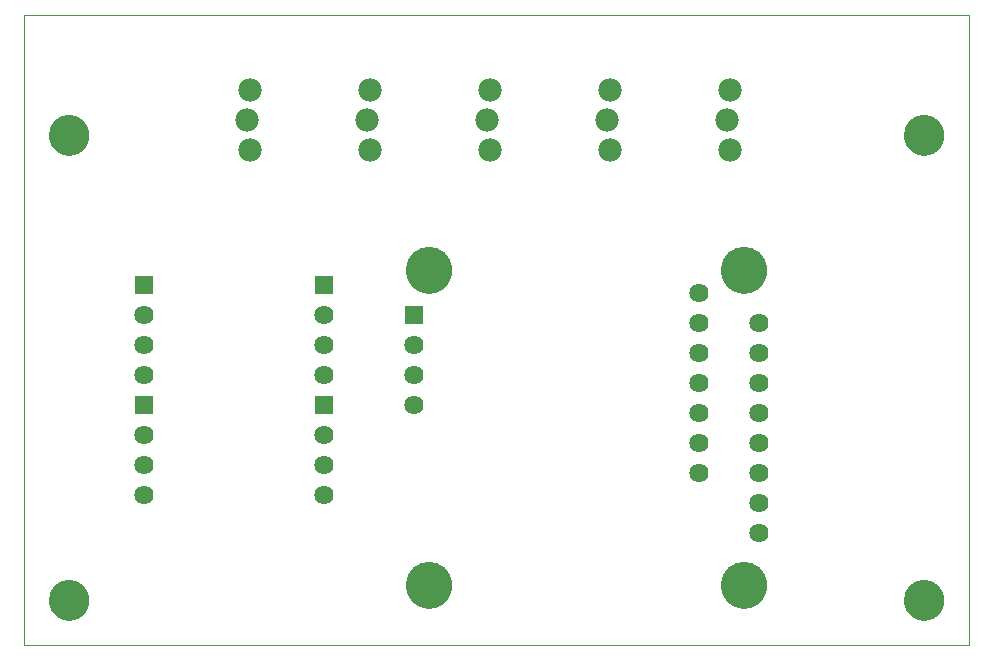
<source format=gbs>
G75*
%MOIN*%
%OFA0B0*%
%FSLAX25Y25*%
%IPPOS*%
%LPD*%
%AMOC8*
5,1,8,0,0,1.08239X$1,22.5*
%
%ADD10C,0.00000*%
%ADD11C,0.15400*%
%ADD12R,0.06400X0.06400*%
%ADD13C,0.06400*%
%ADD14C,0.07800*%
%ADD15C,0.13400*%
D10*
X0003333Y0040000D02*
X0003333Y0250000D01*
X0318333Y0250000D01*
X0318333Y0040000D01*
X0003333Y0040000D01*
X0011833Y0055000D02*
X0011835Y0055161D01*
X0011841Y0055321D01*
X0011851Y0055482D01*
X0011865Y0055642D01*
X0011883Y0055802D01*
X0011904Y0055961D01*
X0011930Y0056120D01*
X0011960Y0056278D01*
X0011993Y0056435D01*
X0012031Y0056592D01*
X0012072Y0056747D01*
X0012117Y0056901D01*
X0012166Y0057054D01*
X0012219Y0057206D01*
X0012275Y0057357D01*
X0012336Y0057506D01*
X0012399Y0057654D01*
X0012467Y0057800D01*
X0012538Y0057944D01*
X0012612Y0058086D01*
X0012690Y0058227D01*
X0012772Y0058365D01*
X0012857Y0058502D01*
X0012945Y0058636D01*
X0013037Y0058768D01*
X0013132Y0058898D01*
X0013230Y0059026D01*
X0013331Y0059151D01*
X0013435Y0059273D01*
X0013542Y0059393D01*
X0013652Y0059510D01*
X0013765Y0059625D01*
X0013881Y0059736D01*
X0014000Y0059845D01*
X0014121Y0059950D01*
X0014245Y0060053D01*
X0014371Y0060153D01*
X0014499Y0060249D01*
X0014630Y0060342D01*
X0014764Y0060432D01*
X0014899Y0060519D01*
X0015037Y0060602D01*
X0015176Y0060682D01*
X0015318Y0060758D01*
X0015461Y0060831D01*
X0015606Y0060900D01*
X0015753Y0060966D01*
X0015901Y0061028D01*
X0016051Y0061086D01*
X0016202Y0061141D01*
X0016355Y0061192D01*
X0016509Y0061239D01*
X0016664Y0061282D01*
X0016820Y0061321D01*
X0016976Y0061357D01*
X0017134Y0061388D01*
X0017292Y0061416D01*
X0017451Y0061440D01*
X0017611Y0061460D01*
X0017771Y0061476D01*
X0017931Y0061488D01*
X0018092Y0061496D01*
X0018253Y0061500D01*
X0018413Y0061500D01*
X0018574Y0061496D01*
X0018735Y0061488D01*
X0018895Y0061476D01*
X0019055Y0061460D01*
X0019215Y0061440D01*
X0019374Y0061416D01*
X0019532Y0061388D01*
X0019690Y0061357D01*
X0019846Y0061321D01*
X0020002Y0061282D01*
X0020157Y0061239D01*
X0020311Y0061192D01*
X0020464Y0061141D01*
X0020615Y0061086D01*
X0020765Y0061028D01*
X0020913Y0060966D01*
X0021060Y0060900D01*
X0021205Y0060831D01*
X0021348Y0060758D01*
X0021490Y0060682D01*
X0021629Y0060602D01*
X0021767Y0060519D01*
X0021902Y0060432D01*
X0022036Y0060342D01*
X0022167Y0060249D01*
X0022295Y0060153D01*
X0022421Y0060053D01*
X0022545Y0059950D01*
X0022666Y0059845D01*
X0022785Y0059736D01*
X0022901Y0059625D01*
X0023014Y0059510D01*
X0023124Y0059393D01*
X0023231Y0059273D01*
X0023335Y0059151D01*
X0023436Y0059026D01*
X0023534Y0058898D01*
X0023629Y0058768D01*
X0023721Y0058636D01*
X0023809Y0058502D01*
X0023894Y0058365D01*
X0023976Y0058227D01*
X0024054Y0058086D01*
X0024128Y0057944D01*
X0024199Y0057800D01*
X0024267Y0057654D01*
X0024330Y0057506D01*
X0024391Y0057357D01*
X0024447Y0057206D01*
X0024500Y0057054D01*
X0024549Y0056901D01*
X0024594Y0056747D01*
X0024635Y0056592D01*
X0024673Y0056435D01*
X0024706Y0056278D01*
X0024736Y0056120D01*
X0024762Y0055961D01*
X0024783Y0055802D01*
X0024801Y0055642D01*
X0024815Y0055482D01*
X0024825Y0055321D01*
X0024831Y0055161D01*
X0024833Y0055000D01*
X0024831Y0054839D01*
X0024825Y0054679D01*
X0024815Y0054518D01*
X0024801Y0054358D01*
X0024783Y0054198D01*
X0024762Y0054039D01*
X0024736Y0053880D01*
X0024706Y0053722D01*
X0024673Y0053565D01*
X0024635Y0053408D01*
X0024594Y0053253D01*
X0024549Y0053099D01*
X0024500Y0052946D01*
X0024447Y0052794D01*
X0024391Y0052643D01*
X0024330Y0052494D01*
X0024267Y0052346D01*
X0024199Y0052200D01*
X0024128Y0052056D01*
X0024054Y0051914D01*
X0023976Y0051773D01*
X0023894Y0051635D01*
X0023809Y0051498D01*
X0023721Y0051364D01*
X0023629Y0051232D01*
X0023534Y0051102D01*
X0023436Y0050974D01*
X0023335Y0050849D01*
X0023231Y0050727D01*
X0023124Y0050607D01*
X0023014Y0050490D01*
X0022901Y0050375D01*
X0022785Y0050264D01*
X0022666Y0050155D01*
X0022545Y0050050D01*
X0022421Y0049947D01*
X0022295Y0049847D01*
X0022167Y0049751D01*
X0022036Y0049658D01*
X0021902Y0049568D01*
X0021767Y0049481D01*
X0021629Y0049398D01*
X0021490Y0049318D01*
X0021348Y0049242D01*
X0021205Y0049169D01*
X0021060Y0049100D01*
X0020913Y0049034D01*
X0020765Y0048972D01*
X0020615Y0048914D01*
X0020464Y0048859D01*
X0020311Y0048808D01*
X0020157Y0048761D01*
X0020002Y0048718D01*
X0019846Y0048679D01*
X0019690Y0048643D01*
X0019532Y0048612D01*
X0019374Y0048584D01*
X0019215Y0048560D01*
X0019055Y0048540D01*
X0018895Y0048524D01*
X0018735Y0048512D01*
X0018574Y0048504D01*
X0018413Y0048500D01*
X0018253Y0048500D01*
X0018092Y0048504D01*
X0017931Y0048512D01*
X0017771Y0048524D01*
X0017611Y0048540D01*
X0017451Y0048560D01*
X0017292Y0048584D01*
X0017134Y0048612D01*
X0016976Y0048643D01*
X0016820Y0048679D01*
X0016664Y0048718D01*
X0016509Y0048761D01*
X0016355Y0048808D01*
X0016202Y0048859D01*
X0016051Y0048914D01*
X0015901Y0048972D01*
X0015753Y0049034D01*
X0015606Y0049100D01*
X0015461Y0049169D01*
X0015318Y0049242D01*
X0015176Y0049318D01*
X0015037Y0049398D01*
X0014899Y0049481D01*
X0014764Y0049568D01*
X0014630Y0049658D01*
X0014499Y0049751D01*
X0014371Y0049847D01*
X0014245Y0049947D01*
X0014121Y0050050D01*
X0014000Y0050155D01*
X0013881Y0050264D01*
X0013765Y0050375D01*
X0013652Y0050490D01*
X0013542Y0050607D01*
X0013435Y0050727D01*
X0013331Y0050849D01*
X0013230Y0050974D01*
X0013132Y0051102D01*
X0013037Y0051232D01*
X0012945Y0051364D01*
X0012857Y0051498D01*
X0012772Y0051635D01*
X0012690Y0051773D01*
X0012612Y0051914D01*
X0012538Y0052056D01*
X0012467Y0052200D01*
X0012399Y0052346D01*
X0012336Y0052494D01*
X0012275Y0052643D01*
X0012219Y0052794D01*
X0012166Y0052946D01*
X0012117Y0053099D01*
X0012072Y0053253D01*
X0012031Y0053408D01*
X0011993Y0053565D01*
X0011960Y0053722D01*
X0011930Y0053880D01*
X0011904Y0054039D01*
X0011883Y0054198D01*
X0011865Y0054358D01*
X0011851Y0054518D01*
X0011841Y0054679D01*
X0011835Y0054839D01*
X0011833Y0055000D01*
X0130833Y0060000D02*
X0130835Y0060184D01*
X0130842Y0060368D01*
X0130853Y0060552D01*
X0130869Y0060735D01*
X0130889Y0060918D01*
X0130914Y0061100D01*
X0130943Y0061282D01*
X0130977Y0061463D01*
X0131015Y0061643D01*
X0131058Y0061822D01*
X0131105Y0062000D01*
X0131156Y0062177D01*
X0131212Y0062353D01*
X0131271Y0062527D01*
X0131336Y0062699D01*
X0131404Y0062870D01*
X0131476Y0063039D01*
X0131553Y0063207D01*
X0131634Y0063372D01*
X0131719Y0063535D01*
X0131807Y0063697D01*
X0131900Y0063856D01*
X0131997Y0064012D01*
X0132097Y0064167D01*
X0132201Y0064319D01*
X0132309Y0064468D01*
X0132420Y0064614D01*
X0132535Y0064758D01*
X0132654Y0064899D01*
X0132776Y0065037D01*
X0132901Y0065172D01*
X0133030Y0065303D01*
X0133161Y0065432D01*
X0133296Y0065557D01*
X0133434Y0065679D01*
X0133575Y0065798D01*
X0133719Y0065913D01*
X0133865Y0066024D01*
X0134014Y0066132D01*
X0134166Y0066236D01*
X0134321Y0066336D01*
X0134477Y0066433D01*
X0134636Y0066526D01*
X0134798Y0066614D01*
X0134961Y0066699D01*
X0135126Y0066780D01*
X0135294Y0066857D01*
X0135463Y0066929D01*
X0135634Y0066997D01*
X0135806Y0067062D01*
X0135980Y0067121D01*
X0136156Y0067177D01*
X0136333Y0067228D01*
X0136511Y0067275D01*
X0136690Y0067318D01*
X0136870Y0067356D01*
X0137051Y0067390D01*
X0137233Y0067419D01*
X0137415Y0067444D01*
X0137598Y0067464D01*
X0137781Y0067480D01*
X0137965Y0067491D01*
X0138149Y0067498D01*
X0138333Y0067500D01*
X0138517Y0067498D01*
X0138701Y0067491D01*
X0138885Y0067480D01*
X0139068Y0067464D01*
X0139251Y0067444D01*
X0139433Y0067419D01*
X0139615Y0067390D01*
X0139796Y0067356D01*
X0139976Y0067318D01*
X0140155Y0067275D01*
X0140333Y0067228D01*
X0140510Y0067177D01*
X0140686Y0067121D01*
X0140860Y0067062D01*
X0141032Y0066997D01*
X0141203Y0066929D01*
X0141372Y0066857D01*
X0141540Y0066780D01*
X0141705Y0066699D01*
X0141868Y0066614D01*
X0142030Y0066526D01*
X0142189Y0066433D01*
X0142345Y0066336D01*
X0142500Y0066236D01*
X0142652Y0066132D01*
X0142801Y0066024D01*
X0142947Y0065913D01*
X0143091Y0065798D01*
X0143232Y0065679D01*
X0143370Y0065557D01*
X0143505Y0065432D01*
X0143636Y0065303D01*
X0143765Y0065172D01*
X0143890Y0065037D01*
X0144012Y0064899D01*
X0144131Y0064758D01*
X0144246Y0064614D01*
X0144357Y0064468D01*
X0144465Y0064319D01*
X0144569Y0064167D01*
X0144669Y0064012D01*
X0144766Y0063856D01*
X0144859Y0063697D01*
X0144947Y0063535D01*
X0145032Y0063372D01*
X0145113Y0063207D01*
X0145190Y0063039D01*
X0145262Y0062870D01*
X0145330Y0062699D01*
X0145395Y0062527D01*
X0145454Y0062353D01*
X0145510Y0062177D01*
X0145561Y0062000D01*
X0145608Y0061822D01*
X0145651Y0061643D01*
X0145689Y0061463D01*
X0145723Y0061282D01*
X0145752Y0061100D01*
X0145777Y0060918D01*
X0145797Y0060735D01*
X0145813Y0060552D01*
X0145824Y0060368D01*
X0145831Y0060184D01*
X0145833Y0060000D01*
X0145831Y0059816D01*
X0145824Y0059632D01*
X0145813Y0059448D01*
X0145797Y0059265D01*
X0145777Y0059082D01*
X0145752Y0058900D01*
X0145723Y0058718D01*
X0145689Y0058537D01*
X0145651Y0058357D01*
X0145608Y0058178D01*
X0145561Y0058000D01*
X0145510Y0057823D01*
X0145454Y0057647D01*
X0145395Y0057473D01*
X0145330Y0057301D01*
X0145262Y0057130D01*
X0145190Y0056961D01*
X0145113Y0056793D01*
X0145032Y0056628D01*
X0144947Y0056465D01*
X0144859Y0056303D01*
X0144766Y0056144D01*
X0144669Y0055988D01*
X0144569Y0055833D01*
X0144465Y0055681D01*
X0144357Y0055532D01*
X0144246Y0055386D01*
X0144131Y0055242D01*
X0144012Y0055101D01*
X0143890Y0054963D01*
X0143765Y0054828D01*
X0143636Y0054697D01*
X0143505Y0054568D01*
X0143370Y0054443D01*
X0143232Y0054321D01*
X0143091Y0054202D01*
X0142947Y0054087D01*
X0142801Y0053976D01*
X0142652Y0053868D01*
X0142500Y0053764D01*
X0142345Y0053664D01*
X0142189Y0053567D01*
X0142030Y0053474D01*
X0141868Y0053386D01*
X0141705Y0053301D01*
X0141540Y0053220D01*
X0141372Y0053143D01*
X0141203Y0053071D01*
X0141032Y0053003D01*
X0140860Y0052938D01*
X0140686Y0052879D01*
X0140510Y0052823D01*
X0140333Y0052772D01*
X0140155Y0052725D01*
X0139976Y0052682D01*
X0139796Y0052644D01*
X0139615Y0052610D01*
X0139433Y0052581D01*
X0139251Y0052556D01*
X0139068Y0052536D01*
X0138885Y0052520D01*
X0138701Y0052509D01*
X0138517Y0052502D01*
X0138333Y0052500D01*
X0138149Y0052502D01*
X0137965Y0052509D01*
X0137781Y0052520D01*
X0137598Y0052536D01*
X0137415Y0052556D01*
X0137233Y0052581D01*
X0137051Y0052610D01*
X0136870Y0052644D01*
X0136690Y0052682D01*
X0136511Y0052725D01*
X0136333Y0052772D01*
X0136156Y0052823D01*
X0135980Y0052879D01*
X0135806Y0052938D01*
X0135634Y0053003D01*
X0135463Y0053071D01*
X0135294Y0053143D01*
X0135126Y0053220D01*
X0134961Y0053301D01*
X0134798Y0053386D01*
X0134636Y0053474D01*
X0134477Y0053567D01*
X0134321Y0053664D01*
X0134166Y0053764D01*
X0134014Y0053868D01*
X0133865Y0053976D01*
X0133719Y0054087D01*
X0133575Y0054202D01*
X0133434Y0054321D01*
X0133296Y0054443D01*
X0133161Y0054568D01*
X0133030Y0054697D01*
X0132901Y0054828D01*
X0132776Y0054963D01*
X0132654Y0055101D01*
X0132535Y0055242D01*
X0132420Y0055386D01*
X0132309Y0055532D01*
X0132201Y0055681D01*
X0132097Y0055833D01*
X0131997Y0055988D01*
X0131900Y0056144D01*
X0131807Y0056303D01*
X0131719Y0056465D01*
X0131634Y0056628D01*
X0131553Y0056793D01*
X0131476Y0056961D01*
X0131404Y0057130D01*
X0131336Y0057301D01*
X0131271Y0057473D01*
X0131212Y0057647D01*
X0131156Y0057823D01*
X0131105Y0058000D01*
X0131058Y0058178D01*
X0131015Y0058357D01*
X0130977Y0058537D01*
X0130943Y0058718D01*
X0130914Y0058900D01*
X0130889Y0059082D01*
X0130869Y0059265D01*
X0130853Y0059448D01*
X0130842Y0059632D01*
X0130835Y0059816D01*
X0130833Y0060000D01*
X0235833Y0060000D02*
X0235835Y0060184D01*
X0235842Y0060368D01*
X0235853Y0060552D01*
X0235869Y0060735D01*
X0235889Y0060918D01*
X0235914Y0061100D01*
X0235943Y0061282D01*
X0235977Y0061463D01*
X0236015Y0061643D01*
X0236058Y0061822D01*
X0236105Y0062000D01*
X0236156Y0062177D01*
X0236212Y0062353D01*
X0236271Y0062527D01*
X0236336Y0062699D01*
X0236404Y0062870D01*
X0236476Y0063039D01*
X0236553Y0063207D01*
X0236634Y0063372D01*
X0236719Y0063535D01*
X0236807Y0063697D01*
X0236900Y0063856D01*
X0236997Y0064012D01*
X0237097Y0064167D01*
X0237201Y0064319D01*
X0237309Y0064468D01*
X0237420Y0064614D01*
X0237535Y0064758D01*
X0237654Y0064899D01*
X0237776Y0065037D01*
X0237901Y0065172D01*
X0238030Y0065303D01*
X0238161Y0065432D01*
X0238296Y0065557D01*
X0238434Y0065679D01*
X0238575Y0065798D01*
X0238719Y0065913D01*
X0238865Y0066024D01*
X0239014Y0066132D01*
X0239166Y0066236D01*
X0239321Y0066336D01*
X0239477Y0066433D01*
X0239636Y0066526D01*
X0239798Y0066614D01*
X0239961Y0066699D01*
X0240126Y0066780D01*
X0240294Y0066857D01*
X0240463Y0066929D01*
X0240634Y0066997D01*
X0240806Y0067062D01*
X0240980Y0067121D01*
X0241156Y0067177D01*
X0241333Y0067228D01*
X0241511Y0067275D01*
X0241690Y0067318D01*
X0241870Y0067356D01*
X0242051Y0067390D01*
X0242233Y0067419D01*
X0242415Y0067444D01*
X0242598Y0067464D01*
X0242781Y0067480D01*
X0242965Y0067491D01*
X0243149Y0067498D01*
X0243333Y0067500D01*
X0243517Y0067498D01*
X0243701Y0067491D01*
X0243885Y0067480D01*
X0244068Y0067464D01*
X0244251Y0067444D01*
X0244433Y0067419D01*
X0244615Y0067390D01*
X0244796Y0067356D01*
X0244976Y0067318D01*
X0245155Y0067275D01*
X0245333Y0067228D01*
X0245510Y0067177D01*
X0245686Y0067121D01*
X0245860Y0067062D01*
X0246032Y0066997D01*
X0246203Y0066929D01*
X0246372Y0066857D01*
X0246540Y0066780D01*
X0246705Y0066699D01*
X0246868Y0066614D01*
X0247030Y0066526D01*
X0247189Y0066433D01*
X0247345Y0066336D01*
X0247500Y0066236D01*
X0247652Y0066132D01*
X0247801Y0066024D01*
X0247947Y0065913D01*
X0248091Y0065798D01*
X0248232Y0065679D01*
X0248370Y0065557D01*
X0248505Y0065432D01*
X0248636Y0065303D01*
X0248765Y0065172D01*
X0248890Y0065037D01*
X0249012Y0064899D01*
X0249131Y0064758D01*
X0249246Y0064614D01*
X0249357Y0064468D01*
X0249465Y0064319D01*
X0249569Y0064167D01*
X0249669Y0064012D01*
X0249766Y0063856D01*
X0249859Y0063697D01*
X0249947Y0063535D01*
X0250032Y0063372D01*
X0250113Y0063207D01*
X0250190Y0063039D01*
X0250262Y0062870D01*
X0250330Y0062699D01*
X0250395Y0062527D01*
X0250454Y0062353D01*
X0250510Y0062177D01*
X0250561Y0062000D01*
X0250608Y0061822D01*
X0250651Y0061643D01*
X0250689Y0061463D01*
X0250723Y0061282D01*
X0250752Y0061100D01*
X0250777Y0060918D01*
X0250797Y0060735D01*
X0250813Y0060552D01*
X0250824Y0060368D01*
X0250831Y0060184D01*
X0250833Y0060000D01*
X0250831Y0059816D01*
X0250824Y0059632D01*
X0250813Y0059448D01*
X0250797Y0059265D01*
X0250777Y0059082D01*
X0250752Y0058900D01*
X0250723Y0058718D01*
X0250689Y0058537D01*
X0250651Y0058357D01*
X0250608Y0058178D01*
X0250561Y0058000D01*
X0250510Y0057823D01*
X0250454Y0057647D01*
X0250395Y0057473D01*
X0250330Y0057301D01*
X0250262Y0057130D01*
X0250190Y0056961D01*
X0250113Y0056793D01*
X0250032Y0056628D01*
X0249947Y0056465D01*
X0249859Y0056303D01*
X0249766Y0056144D01*
X0249669Y0055988D01*
X0249569Y0055833D01*
X0249465Y0055681D01*
X0249357Y0055532D01*
X0249246Y0055386D01*
X0249131Y0055242D01*
X0249012Y0055101D01*
X0248890Y0054963D01*
X0248765Y0054828D01*
X0248636Y0054697D01*
X0248505Y0054568D01*
X0248370Y0054443D01*
X0248232Y0054321D01*
X0248091Y0054202D01*
X0247947Y0054087D01*
X0247801Y0053976D01*
X0247652Y0053868D01*
X0247500Y0053764D01*
X0247345Y0053664D01*
X0247189Y0053567D01*
X0247030Y0053474D01*
X0246868Y0053386D01*
X0246705Y0053301D01*
X0246540Y0053220D01*
X0246372Y0053143D01*
X0246203Y0053071D01*
X0246032Y0053003D01*
X0245860Y0052938D01*
X0245686Y0052879D01*
X0245510Y0052823D01*
X0245333Y0052772D01*
X0245155Y0052725D01*
X0244976Y0052682D01*
X0244796Y0052644D01*
X0244615Y0052610D01*
X0244433Y0052581D01*
X0244251Y0052556D01*
X0244068Y0052536D01*
X0243885Y0052520D01*
X0243701Y0052509D01*
X0243517Y0052502D01*
X0243333Y0052500D01*
X0243149Y0052502D01*
X0242965Y0052509D01*
X0242781Y0052520D01*
X0242598Y0052536D01*
X0242415Y0052556D01*
X0242233Y0052581D01*
X0242051Y0052610D01*
X0241870Y0052644D01*
X0241690Y0052682D01*
X0241511Y0052725D01*
X0241333Y0052772D01*
X0241156Y0052823D01*
X0240980Y0052879D01*
X0240806Y0052938D01*
X0240634Y0053003D01*
X0240463Y0053071D01*
X0240294Y0053143D01*
X0240126Y0053220D01*
X0239961Y0053301D01*
X0239798Y0053386D01*
X0239636Y0053474D01*
X0239477Y0053567D01*
X0239321Y0053664D01*
X0239166Y0053764D01*
X0239014Y0053868D01*
X0238865Y0053976D01*
X0238719Y0054087D01*
X0238575Y0054202D01*
X0238434Y0054321D01*
X0238296Y0054443D01*
X0238161Y0054568D01*
X0238030Y0054697D01*
X0237901Y0054828D01*
X0237776Y0054963D01*
X0237654Y0055101D01*
X0237535Y0055242D01*
X0237420Y0055386D01*
X0237309Y0055532D01*
X0237201Y0055681D01*
X0237097Y0055833D01*
X0236997Y0055988D01*
X0236900Y0056144D01*
X0236807Y0056303D01*
X0236719Y0056465D01*
X0236634Y0056628D01*
X0236553Y0056793D01*
X0236476Y0056961D01*
X0236404Y0057130D01*
X0236336Y0057301D01*
X0236271Y0057473D01*
X0236212Y0057647D01*
X0236156Y0057823D01*
X0236105Y0058000D01*
X0236058Y0058178D01*
X0236015Y0058357D01*
X0235977Y0058537D01*
X0235943Y0058718D01*
X0235914Y0058900D01*
X0235889Y0059082D01*
X0235869Y0059265D01*
X0235853Y0059448D01*
X0235842Y0059632D01*
X0235835Y0059816D01*
X0235833Y0060000D01*
X0296833Y0055000D02*
X0296835Y0055161D01*
X0296841Y0055321D01*
X0296851Y0055482D01*
X0296865Y0055642D01*
X0296883Y0055802D01*
X0296904Y0055961D01*
X0296930Y0056120D01*
X0296960Y0056278D01*
X0296993Y0056435D01*
X0297031Y0056592D01*
X0297072Y0056747D01*
X0297117Y0056901D01*
X0297166Y0057054D01*
X0297219Y0057206D01*
X0297275Y0057357D01*
X0297336Y0057506D01*
X0297399Y0057654D01*
X0297467Y0057800D01*
X0297538Y0057944D01*
X0297612Y0058086D01*
X0297690Y0058227D01*
X0297772Y0058365D01*
X0297857Y0058502D01*
X0297945Y0058636D01*
X0298037Y0058768D01*
X0298132Y0058898D01*
X0298230Y0059026D01*
X0298331Y0059151D01*
X0298435Y0059273D01*
X0298542Y0059393D01*
X0298652Y0059510D01*
X0298765Y0059625D01*
X0298881Y0059736D01*
X0299000Y0059845D01*
X0299121Y0059950D01*
X0299245Y0060053D01*
X0299371Y0060153D01*
X0299499Y0060249D01*
X0299630Y0060342D01*
X0299764Y0060432D01*
X0299899Y0060519D01*
X0300037Y0060602D01*
X0300176Y0060682D01*
X0300318Y0060758D01*
X0300461Y0060831D01*
X0300606Y0060900D01*
X0300753Y0060966D01*
X0300901Y0061028D01*
X0301051Y0061086D01*
X0301202Y0061141D01*
X0301355Y0061192D01*
X0301509Y0061239D01*
X0301664Y0061282D01*
X0301820Y0061321D01*
X0301976Y0061357D01*
X0302134Y0061388D01*
X0302292Y0061416D01*
X0302451Y0061440D01*
X0302611Y0061460D01*
X0302771Y0061476D01*
X0302931Y0061488D01*
X0303092Y0061496D01*
X0303253Y0061500D01*
X0303413Y0061500D01*
X0303574Y0061496D01*
X0303735Y0061488D01*
X0303895Y0061476D01*
X0304055Y0061460D01*
X0304215Y0061440D01*
X0304374Y0061416D01*
X0304532Y0061388D01*
X0304690Y0061357D01*
X0304846Y0061321D01*
X0305002Y0061282D01*
X0305157Y0061239D01*
X0305311Y0061192D01*
X0305464Y0061141D01*
X0305615Y0061086D01*
X0305765Y0061028D01*
X0305913Y0060966D01*
X0306060Y0060900D01*
X0306205Y0060831D01*
X0306348Y0060758D01*
X0306490Y0060682D01*
X0306629Y0060602D01*
X0306767Y0060519D01*
X0306902Y0060432D01*
X0307036Y0060342D01*
X0307167Y0060249D01*
X0307295Y0060153D01*
X0307421Y0060053D01*
X0307545Y0059950D01*
X0307666Y0059845D01*
X0307785Y0059736D01*
X0307901Y0059625D01*
X0308014Y0059510D01*
X0308124Y0059393D01*
X0308231Y0059273D01*
X0308335Y0059151D01*
X0308436Y0059026D01*
X0308534Y0058898D01*
X0308629Y0058768D01*
X0308721Y0058636D01*
X0308809Y0058502D01*
X0308894Y0058365D01*
X0308976Y0058227D01*
X0309054Y0058086D01*
X0309128Y0057944D01*
X0309199Y0057800D01*
X0309267Y0057654D01*
X0309330Y0057506D01*
X0309391Y0057357D01*
X0309447Y0057206D01*
X0309500Y0057054D01*
X0309549Y0056901D01*
X0309594Y0056747D01*
X0309635Y0056592D01*
X0309673Y0056435D01*
X0309706Y0056278D01*
X0309736Y0056120D01*
X0309762Y0055961D01*
X0309783Y0055802D01*
X0309801Y0055642D01*
X0309815Y0055482D01*
X0309825Y0055321D01*
X0309831Y0055161D01*
X0309833Y0055000D01*
X0309831Y0054839D01*
X0309825Y0054679D01*
X0309815Y0054518D01*
X0309801Y0054358D01*
X0309783Y0054198D01*
X0309762Y0054039D01*
X0309736Y0053880D01*
X0309706Y0053722D01*
X0309673Y0053565D01*
X0309635Y0053408D01*
X0309594Y0053253D01*
X0309549Y0053099D01*
X0309500Y0052946D01*
X0309447Y0052794D01*
X0309391Y0052643D01*
X0309330Y0052494D01*
X0309267Y0052346D01*
X0309199Y0052200D01*
X0309128Y0052056D01*
X0309054Y0051914D01*
X0308976Y0051773D01*
X0308894Y0051635D01*
X0308809Y0051498D01*
X0308721Y0051364D01*
X0308629Y0051232D01*
X0308534Y0051102D01*
X0308436Y0050974D01*
X0308335Y0050849D01*
X0308231Y0050727D01*
X0308124Y0050607D01*
X0308014Y0050490D01*
X0307901Y0050375D01*
X0307785Y0050264D01*
X0307666Y0050155D01*
X0307545Y0050050D01*
X0307421Y0049947D01*
X0307295Y0049847D01*
X0307167Y0049751D01*
X0307036Y0049658D01*
X0306902Y0049568D01*
X0306767Y0049481D01*
X0306629Y0049398D01*
X0306490Y0049318D01*
X0306348Y0049242D01*
X0306205Y0049169D01*
X0306060Y0049100D01*
X0305913Y0049034D01*
X0305765Y0048972D01*
X0305615Y0048914D01*
X0305464Y0048859D01*
X0305311Y0048808D01*
X0305157Y0048761D01*
X0305002Y0048718D01*
X0304846Y0048679D01*
X0304690Y0048643D01*
X0304532Y0048612D01*
X0304374Y0048584D01*
X0304215Y0048560D01*
X0304055Y0048540D01*
X0303895Y0048524D01*
X0303735Y0048512D01*
X0303574Y0048504D01*
X0303413Y0048500D01*
X0303253Y0048500D01*
X0303092Y0048504D01*
X0302931Y0048512D01*
X0302771Y0048524D01*
X0302611Y0048540D01*
X0302451Y0048560D01*
X0302292Y0048584D01*
X0302134Y0048612D01*
X0301976Y0048643D01*
X0301820Y0048679D01*
X0301664Y0048718D01*
X0301509Y0048761D01*
X0301355Y0048808D01*
X0301202Y0048859D01*
X0301051Y0048914D01*
X0300901Y0048972D01*
X0300753Y0049034D01*
X0300606Y0049100D01*
X0300461Y0049169D01*
X0300318Y0049242D01*
X0300176Y0049318D01*
X0300037Y0049398D01*
X0299899Y0049481D01*
X0299764Y0049568D01*
X0299630Y0049658D01*
X0299499Y0049751D01*
X0299371Y0049847D01*
X0299245Y0049947D01*
X0299121Y0050050D01*
X0299000Y0050155D01*
X0298881Y0050264D01*
X0298765Y0050375D01*
X0298652Y0050490D01*
X0298542Y0050607D01*
X0298435Y0050727D01*
X0298331Y0050849D01*
X0298230Y0050974D01*
X0298132Y0051102D01*
X0298037Y0051232D01*
X0297945Y0051364D01*
X0297857Y0051498D01*
X0297772Y0051635D01*
X0297690Y0051773D01*
X0297612Y0051914D01*
X0297538Y0052056D01*
X0297467Y0052200D01*
X0297399Y0052346D01*
X0297336Y0052494D01*
X0297275Y0052643D01*
X0297219Y0052794D01*
X0297166Y0052946D01*
X0297117Y0053099D01*
X0297072Y0053253D01*
X0297031Y0053408D01*
X0296993Y0053565D01*
X0296960Y0053722D01*
X0296930Y0053880D01*
X0296904Y0054039D01*
X0296883Y0054198D01*
X0296865Y0054358D01*
X0296851Y0054518D01*
X0296841Y0054679D01*
X0296835Y0054839D01*
X0296833Y0055000D01*
X0235833Y0165000D02*
X0235835Y0165184D01*
X0235842Y0165368D01*
X0235853Y0165552D01*
X0235869Y0165735D01*
X0235889Y0165918D01*
X0235914Y0166100D01*
X0235943Y0166282D01*
X0235977Y0166463D01*
X0236015Y0166643D01*
X0236058Y0166822D01*
X0236105Y0167000D01*
X0236156Y0167177D01*
X0236212Y0167353D01*
X0236271Y0167527D01*
X0236336Y0167699D01*
X0236404Y0167870D01*
X0236476Y0168039D01*
X0236553Y0168207D01*
X0236634Y0168372D01*
X0236719Y0168535D01*
X0236807Y0168697D01*
X0236900Y0168856D01*
X0236997Y0169012D01*
X0237097Y0169167D01*
X0237201Y0169319D01*
X0237309Y0169468D01*
X0237420Y0169614D01*
X0237535Y0169758D01*
X0237654Y0169899D01*
X0237776Y0170037D01*
X0237901Y0170172D01*
X0238030Y0170303D01*
X0238161Y0170432D01*
X0238296Y0170557D01*
X0238434Y0170679D01*
X0238575Y0170798D01*
X0238719Y0170913D01*
X0238865Y0171024D01*
X0239014Y0171132D01*
X0239166Y0171236D01*
X0239321Y0171336D01*
X0239477Y0171433D01*
X0239636Y0171526D01*
X0239798Y0171614D01*
X0239961Y0171699D01*
X0240126Y0171780D01*
X0240294Y0171857D01*
X0240463Y0171929D01*
X0240634Y0171997D01*
X0240806Y0172062D01*
X0240980Y0172121D01*
X0241156Y0172177D01*
X0241333Y0172228D01*
X0241511Y0172275D01*
X0241690Y0172318D01*
X0241870Y0172356D01*
X0242051Y0172390D01*
X0242233Y0172419D01*
X0242415Y0172444D01*
X0242598Y0172464D01*
X0242781Y0172480D01*
X0242965Y0172491D01*
X0243149Y0172498D01*
X0243333Y0172500D01*
X0243517Y0172498D01*
X0243701Y0172491D01*
X0243885Y0172480D01*
X0244068Y0172464D01*
X0244251Y0172444D01*
X0244433Y0172419D01*
X0244615Y0172390D01*
X0244796Y0172356D01*
X0244976Y0172318D01*
X0245155Y0172275D01*
X0245333Y0172228D01*
X0245510Y0172177D01*
X0245686Y0172121D01*
X0245860Y0172062D01*
X0246032Y0171997D01*
X0246203Y0171929D01*
X0246372Y0171857D01*
X0246540Y0171780D01*
X0246705Y0171699D01*
X0246868Y0171614D01*
X0247030Y0171526D01*
X0247189Y0171433D01*
X0247345Y0171336D01*
X0247500Y0171236D01*
X0247652Y0171132D01*
X0247801Y0171024D01*
X0247947Y0170913D01*
X0248091Y0170798D01*
X0248232Y0170679D01*
X0248370Y0170557D01*
X0248505Y0170432D01*
X0248636Y0170303D01*
X0248765Y0170172D01*
X0248890Y0170037D01*
X0249012Y0169899D01*
X0249131Y0169758D01*
X0249246Y0169614D01*
X0249357Y0169468D01*
X0249465Y0169319D01*
X0249569Y0169167D01*
X0249669Y0169012D01*
X0249766Y0168856D01*
X0249859Y0168697D01*
X0249947Y0168535D01*
X0250032Y0168372D01*
X0250113Y0168207D01*
X0250190Y0168039D01*
X0250262Y0167870D01*
X0250330Y0167699D01*
X0250395Y0167527D01*
X0250454Y0167353D01*
X0250510Y0167177D01*
X0250561Y0167000D01*
X0250608Y0166822D01*
X0250651Y0166643D01*
X0250689Y0166463D01*
X0250723Y0166282D01*
X0250752Y0166100D01*
X0250777Y0165918D01*
X0250797Y0165735D01*
X0250813Y0165552D01*
X0250824Y0165368D01*
X0250831Y0165184D01*
X0250833Y0165000D01*
X0250831Y0164816D01*
X0250824Y0164632D01*
X0250813Y0164448D01*
X0250797Y0164265D01*
X0250777Y0164082D01*
X0250752Y0163900D01*
X0250723Y0163718D01*
X0250689Y0163537D01*
X0250651Y0163357D01*
X0250608Y0163178D01*
X0250561Y0163000D01*
X0250510Y0162823D01*
X0250454Y0162647D01*
X0250395Y0162473D01*
X0250330Y0162301D01*
X0250262Y0162130D01*
X0250190Y0161961D01*
X0250113Y0161793D01*
X0250032Y0161628D01*
X0249947Y0161465D01*
X0249859Y0161303D01*
X0249766Y0161144D01*
X0249669Y0160988D01*
X0249569Y0160833D01*
X0249465Y0160681D01*
X0249357Y0160532D01*
X0249246Y0160386D01*
X0249131Y0160242D01*
X0249012Y0160101D01*
X0248890Y0159963D01*
X0248765Y0159828D01*
X0248636Y0159697D01*
X0248505Y0159568D01*
X0248370Y0159443D01*
X0248232Y0159321D01*
X0248091Y0159202D01*
X0247947Y0159087D01*
X0247801Y0158976D01*
X0247652Y0158868D01*
X0247500Y0158764D01*
X0247345Y0158664D01*
X0247189Y0158567D01*
X0247030Y0158474D01*
X0246868Y0158386D01*
X0246705Y0158301D01*
X0246540Y0158220D01*
X0246372Y0158143D01*
X0246203Y0158071D01*
X0246032Y0158003D01*
X0245860Y0157938D01*
X0245686Y0157879D01*
X0245510Y0157823D01*
X0245333Y0157772D01*
X0245155Y0157725D01*
X0244976Y0157682D01*
X0244796Y0157644D01*
X0244615Y0157610D01*
X0244433Y0157581D01*
X0244251Y0157556D01*
X0244068Y0157536D01*
X0243885Y0157520D01*
X0243701Y0157509D01*
X0243517Y0157502D01*
X0243333Y0157500D01*
X0243149Y0157502D01*
X0242965Y0157509D01*
X0242781Y0157520D01*
X0242598Y0157536D01*
X0242415Y0157556D01*
X0242233Y0157581D01*
X0242051Y0157610D01*
X0241870Y0157644D01*
X0241690Y0157682D01*
X0241511Y0157725D01*
X0241333Y0157772D01*
X0241156Y0157823D01*
X0240980Y0157879D01*
X0240806Y0157938D01*
X0240634Y0158003D01*
X0240463Y0158071D01*
X0240294Y0158143D01*
X0240126Y0158220D01*
X0239961Y0158301D01*
X0239798Y0158386D01*
X0239636Y0158474D01*
X0239477Y0158567D01*
X0239321Y0158664D01*
X0239166Y0158764D01*
X0239014Y0158868D01*
X0238865Y0158976D01*
X0238719Y0159087D01*
X0238575Y0159202D01*
X0238434Y0159321D01*
X0238296Y0159443D01*
X0238161Y0159568D01*
X0238030Y0159697D01*
X0237901Y0159828D01*
X0237776Y0159963D01*
X0237654Y0160101D01*
X0237535Y0160242D01*
X0237420Y0160386D01*
X0237309Y0160532D01*
X0237201Y0160681D01*
X0237097Y0160833D01*
X0236997Y0160988D01*
X0236900Y0161144D01*
X0236807Y0161303D01*
X0236719Y0161465D01*
X0236634Y0161628D01*
X0236553Y0161793D01*
X0236476Y0161961D01*
X0236404Y0162130D01*
X0236336Y0162301D01*
X0236271Y0162473D01*
X0236212Y0162647D01*
X0236156Y0162823D01*
X0236105Y0163000D01*
X0236058Y0163178D01*
X0236015Y0163357D01*
X0235977Y0163537D01*
X0235943Y0163718D01*
X0235914Y0163900D01*
X0235889Y0164082D01*
X0235869Y0164265D01*
X0235853Y0164448D01*
X0235842Y0164632D01*
X0235835Y0164816D01*
X0235833Y0165000D01*
X0296833Y0210000D02*
X0296835Y0210161D01*
X0296841Y0210321D01*
X0296851Y0210482D01*
X0296865Y0210642D01*
X0296883Y0210802D01*
X0296904Y0210961D01*
X0296930Y0211120D01*
X0296960Y0211278D01*
X0296993Y0211435D01*
X0297031Y0211592D01*
X0297072Y0211747D01*
X0297117Y0211901D01*
X0297166Y0212054D01*
X0297219Y0212206D01*
X0297275Y0212357D01*
X0297336Y0212506D01*
X0297399Y0212654D01*
X0297467Y0212800D01*
X0297538Y0212944D01*
X0297612Y0213086D01*
X0297690Y0213227D01*
X0297772Y0213365D01*
X0297857Y0213502D01*
X0297945Y0213636D01*
X0298037Y0213768D01*
X0298132Y0213898D01*
X0298230Y0214026D01*
X0298331Y0214151D01*
X0298435Y0214273D01*
X0298542Y0214393D01*
X0298652Y0214510D01*
X0298765Y0214625D01*
X0298881Y0214736D01*
X0299000Y0214845D01*
X0299121Y0214950D01*
X0299245Y0215053D01*
X0299371Y0215153D01*
X0299499Y0215249D01*
X0299630Y0215342D01*
X0299764Y0215432D01*
X0299899Y0215519D01*
X0300037Y0215602D01*
X0300176Y0215682D01*
X0300318Y0215758D01*
X0300461Y0215831D01*
X0300606Y0215900D01*
X0300753Y0215966D01*
X0300901Y0216028D01*
X0301051Y0216086D01*
X0301202Y0216141D01*
X0301355Y0216192D01*
X0301509Y0216239D01*
X0301664Y0216282D01*
X0301820Y0216321D01*
X0301976Y0216357D01*
X0302134Y0216388D01*
X0302292Y0216416D01*
X0302451Y0216440D01*
X0302611Y0216460D01*
X0302771Y0216476D01*
X0302931Y0216488D01*
X0303092Y0216496D01*
X0303253Y0216500D01*
X0303413Y0216500D01*
X0303574Y0216496D01*
X0303735Y0216488D01*
X0303895Y0216476D01*
X0304055Y0216460D01*
X0304215Y0216440D01*
X0304374Y0216416D01*
X0304532Y0216388D01*
X0304690Y0216357D01*
X0304846Y0216321D01*
X0305002Y0216282D01*
X0305157Y0216239D01*
X0305311Y0216192D01*
X0305464Y0216141D01*
X0305615Y0216086D01*
X0305765Y0216028D01*
X0305913Y0215966D01*
X0306060Y0215900D01*
X0306205Y0215831D01*
X0306348Y0215758D01*
X0306490Y0215682D01*
X0306629Y0215602D01*
X0306767Y0215519D01*
X0306902Y0215432D01*
X0307036Y0215342D01*
X0307167Y0215249D01*
X0307295Y0215153D01*
X0307421Y0215053D01*
X0307545Y0214950D01*
X0307666Y0214845D01*
X0307785Y0214736D01*
X0307901Y0214625D01*
X0308014Y0214510D01*
X0308124Y0214393D01*
X0308231Y0214273D01*
X0308335Y0214151D01*
X0308436Y0214026D01*
X0308534Y0213898D01*
X0308629Y0213768D01*
X0308721Y0213636D01*
X0308809Y0213502D01*
X0308894Y0213365D01*
X0308976Y0213227D01*
X0309054Y0213086D01*
X0309128Y0212944D01*
X0309199Y0212800D01*
X0309267Y0212654D01*
X0309330Y0212506D01*
X0309391Y0212357D01*
X0309447Y0212206D01*
X0309500Y0212054D01*
X0309549Y0211901D01*
X0309594Y0211747D01*
X0309635Y0211592D01*
X0309673Y0211435D01*
X0309706Y0211278D01*
X0309736Y0211120D01*
X0309762Y0210961D01*
X0309783Y0210802D01*
X0309801Y0210642D01*
X0309815Y0210482D01*
X0309825Y0210321D01*
X0309831Y0210161D01*
X0309833Y0210000D01*
X0309831Y0209839D01*
X0309825Y0209679D01*
X0309815Y0209518D01*
X0309801Y0209358D01*
X0309783Y0209198D01*
X0309762Y0209039D01*
X0309736Y0208880D01*
X0309706Y0208722D01*
X0309673Y0208565D01*
X0309635Y0208408D01*
X0309594Y0208253D01*
X0309549Y0208099D01*
X0309500Y0207946D01*
X0309447Y0207794D01*
X0309391Y0207643D01*
X0309330Y0207494D01*
X0309267Y0207346D01*
X0309199Y0207200D01*
X0309128Y0207056D01*
X0309054Y0206914D01*
X0308976Y0206773D01*
X0308894Y0206635D01*
X0308809Y0206498D01*
X0308721Y0206364D01*
X0308629Y0206232D01*
X0308534Y0206102D01*
X0308436Y0205974D01*
X0308335Y0205849D01*
X0308231Y0205727D01*
X0308124Y0205607D01*
X0308014Y0205490D01*
X0307901Y0205375D01*
X0307785Y0205264D01*
X0307666Y0205155D01*
X0307545Y0205050D01*
X0307421Y0204947D01*
X0307295Y0204847D01*
X0307167Y0204751D01*
X0307036Y0204658D01*
X0306902Y0204568D01*
X0306767Y0204481D01*
X0306629Y0204398D01*
X0306490Y0204318D01*
X0306348Y0204242D01*
X0306205Y0204169D01*
X0306060Y0204100D01*
X0305913Y0204034D01*
X0305765Y0203972D01*
X0305615Y0203914D01*
X0305464Y0203859D01*
X0305311Y0203808D01*
X0305157Y0203761D01*
X0305002Y0203718D01*
X0304846Y0203679D01*
X0304690Y0203643D01*
X0304532Y0203612D01*
X0304374Y0203584D01*
X0304215Y0203560D01*
X0304055Y0203540D01*
X0303895Y0203524D01*
X0303735Y0203512D01*
X0303574Y0203504D01*
X0303413Y0203500D01*
X0303253Y0203500D01*
X0303092Y0203504D01*
X0302931Y0203512D01*
X0302771Y0203524D01*
X0302611Y0203540D01*
X0302451Y0203560D01*
X0302292Y0203584D01*
X0302134Y0203612D01*
X0301976Y0203643D01*
X0301820Y0203679D01*
X0301664Y0203718D01*
X0301509Y0203761D01*
X0301355Y0203808D01*
X0301202Y0203859D01*
X0301051Y0203914D01*
X0300901Y0203972D01*
X0300753Y0204034D01*
X0300606Y0204100D01*
X0300461Y0204169D01*
X0300318Y0204242D01*
X0300176Y0204318D01*
X0300037Y0204398D01*
X0299899Y0204481D01*
X0299764Y0204568D01*
X0299630Y0204658D01*
X0299499Y0204751D01*
X0299371Y0204847D01*
X0299245Y0204947D01*
X0299121Y0205050D01*
X0299000Y0205155D01*
X0298881Y0205264D01*
X0298765Y0205375D01*
X0298652Y0205490D01*
X0298542Y0205607D01*
X0298435Y0205727D01*
X0298331Y0205849D01*
X0298230Y0205974D01*
X0298132Y0206102D01*
X0298037Y0206232D01*
X0297945Y0206364D01*
X0297857Y0206498D01*
X0297772Y0206635D01*
X0297690Y0206773D01*
X0297612Y0206914D01*
X0297538Y0207056D01*
X0297467Y0207200D01*
X0297399Y0207346D01*
X0297336Y0207494D01*
X0297275Y0207643D01*
X0297219Y0207794D01*
X0297166Y0207946D01*
X0297117Y0208099D01*
X0297072Y0208253D01*
X0297031Y0208408D01*
X0296993Y0208565D01*
X0296960Y0208722D01*
X0296930Y0208880D01*
X0296904Y0209039D01*
X0296883Y0209198D01*
X0296865Y0209358D01*
X0296851Y0209518D01*
X0296841Y0209679D01*
X0296835Y0209839D01*
X0296833Y0210000D01*
X0130833Y0165000D02*
X0130835Y0165184D01*
X0130842Y0165368D01*
X0130853Y0165552D01*
X0130869Y0165735D01*
X0130889Y0165918D01*
X0130914Y0166100D01*
X0130943Y0166282D01*
X0130977Y0166463D01*
X0131015Y0166643D01*
X0131058Y0166822D01*
X0131105Y0167000D01*
X0131156Y0167177D01*
X0131212Y0167353D01*
X0131271Y0167527D01*
X0131336Y0167699D01*
X0131404Y0167870D01*
X0131476Y0168039D01*
X0131553Y0168207D01*
X0131634Y0168372D01*
X0131719Y0168535D01*
X0131807Y0168697D01*
X0131900Y0168856D01*
X0131997Y0169012D01*
X0132097Y0169167D01*
X0132201Y0169319D01*
X0132309Y0169468D01*
X0132420Y0169614D01*
X0132535Y0169758D01*
X0132654Y0169899D01*
X0132776Y0170037D01*
X0132901Y0170172D01*
X0133030Y0170303D01*
X0133161Y0170432D01*
X0133296Y0170557D01*
X0133434Y0170679D01*
X0133575Y0170798D01*
X0133719Y0170913D01*
X0133865Y0171024D01*
X0134014Y0171132D01*
X0134166Y0171236D01*
X0134321Y0171336D01*
X0134477Y0171433D01*
X0134636Y0171526D01*
X0134798Y0171614D01*
X0134961Y0171699D01*
X0135126Y0171780D01*
X0135294Y0171857D01*
X0135463Y0171929D01*
X0135634Y0171997D01*
X0135806Y0172062D01*
X0135980Y0172121D01*
X0136156Y0172177D01*
X0136333Y0172228D01*
X0136511Y0172275D01*
X0136690Y0172318D01*
X0136870Y0172356D01*
X0137051Y0172390D01*
X0137233Y0172419D01*
X0137415Y0172444D01*
X0137598Y0172464D01*
X0137781Y0172480D01*
X0137965Y0172491D01*
X0138149Y0172498D01*
X0138333Y0172500D01*
X0138517Y0172498D01*
X0138701Y0172491D01*
X0138885Y0172480D01*
X0139068Y0172464D01*
X0139251Y0172444D01*
X0139433Y0172419D01*
X0139615Y0172390D01*
X0139796Y0172356D01*
X0139976Y0172318D01*
X0140155Y0172275D01*
X0140333Y0172228D01*
X0140510Y0172177D01*
X0140686Y0172121D01*
X0140860Y0172062D01*
X0141032Y0171997D01*
X0141203Y0171929D01*
X0141372Y0171857D01*
X0141540Y0171780D01*
X0141705Y0171699D01*
X0141868Y0171614D01*
X0142030Y0171526D01*
X0142189Y0171433D01*
X0142345Y0171336D01*
X0142500Y0171236D01*
X0142652Y0171132D01*
X0142801Y0171024D01*
X0142947Y0170913D01*
X0143091Y0170798D01*
X0143232Y0170679D01*
X0143370Y0170557D01*
X0143505Y0170432D01*
X0143636Y0170303D01*
X0143765Y0170172D01*
X0143890Y0170037D01*
X0144012Y0169899D01*
X0144131Y0169758D01*
X0144246Y0169614D01*
X0144357Y0169468D01*
X0144465Y0169319D01*
X0144569Y0169167D01*
X0144669Y0169012D01*
X0144766Y0168856D01*
X0144859Y0168697D01*
X0144947Y0168535D01*
X0145032Y0168372D01*
X0145113Y0168207D01*
X0145190Y0168039D01*
X0145262Y0167870D01*
X0145330Y0167699D01*
X0145395Y0167527D01*
X0145454Y0167353D01*
X0145510Y0167177D01*
X0145561Y0167000D01*
X0145608Y0166822D01*
X0145651Y0166643D01*
X0145689Y0166463D01*
X0145723Y0166282D01*
X0145752Y0166100D01*
X0145777Y0165918D01*
X0145797Y0165735D01*
X0145813Y0165552D01*
X0145824Y0165368D01*
X0145831Y0165184D01*
X0145833Y0165000D01*
X0145831Y0164816D01*
X0145824Y0164632D01*
X0145813Y0164448D01*
X0145797Y0164265D01*
X0145777Y0164082D01*
X0145752Y0163900D01*
X0145723Y0163718D01*
X0145689Y0163537D01*
X0145651Y0163357D01*
X0145608Y0163178D01*
X0145561Y0163000D01*
X0145510Y0162823D01*
X0145454Y0162647D01*
X0145395Y0162473D01*
X0145330Y0162301D01*
X0145262Y0162130D01*
X0145190Y0161961D01*
X0145113Y0161793D01*
X0145032Y0161628D01*
X0144947Y0161465D01*
X0144859Y0161303D01*
X0144766Y0161144D01*
X0144669Y0160988D01*
X0144569Y0160833D01*
X0144465Y0160681D01*
X0144357Y0160532D01*
X0144246Y0160386D01*
X0144131Y0160242D01*
X0144012Y0160101D01*
X0143890Y0159963D01*
X0143765Y0159828D01*
X0143636Y0159697D01*
X0143505Y0159568D01*
X0143370Y0159443D01*
X0143232Y0159321D01*
X0143091Y0159202D01*
X0142947Y0159087D01*
X0142801Y0158976D01*
X0142652Y0158868D01*
X0142500Y0158764D01*
X0142345Y0158664D01*
X0142189Y0158567D01*
X0142030Y0158474D01*
X0141868Y0158386D01*
X0141705Y0158301D01*
X0141540Y0158220D01*
X0141372Y0158143D01*
X0141203Y0158071D01*
X0141032Y0158003D01*
X0140860Y0157938D01*
X0140686Y0157879D01*
X0140510Y0157823D01*
X0140333Y0157772D01*
X0140155Y0157725D01*
X0139976Y0157682D01*
X0139796Y0157644D01*
X0139615Y0157610D01*
X0139433Y0157581D01*
X0139251Y0157556D01*
X0139068Y0157536D01*
X0138885Y0157520D01*
X0138701Y0157509D01*
X0138517Y0157502D01*
X0138333Y0157500D01*
X0138149Y0157502D01*
X0137965Y0157509D01*
X0137781Y0157520D01*
X0137598Y0157536D01*
X0137415Y0157556D01*
X0137233Y0157581D01*
X0137051Y0157610D01*
X0136870Y0157644D01*
X0136690Y0157682D01*
X0136511Y0157725D01*
X0136333Y0157772D01*
X0136156Y0157823D01*
X0135980Y0157879D01*
X0135806Y0157938D01*
X0135634Y0158003D01*
X0135463Y0158071D01*
X0135294Y0158143D01*
X0135126Y0158220D01*
X0134961Y0158301D01*
X0134798Y0158386D01*
X0134636Y0158474D01*
X0134477Y0158567D01*
X0134321Y0158664D01*
X0134166Y0158764D01*
X0134014Y0158868D01*
X0133865Y0158976D01*
X0133719Y0159087D01*
X0133575Y0159202D01*
X0133434Y0159321D01*
X0133296Y0159443D01*
X0133161Y0159568D01*
X0133030Y0159697D01*
X0132901Y0159828D01*
X0132776Y0159963D01*
X0132654Y0160101D01*
X0132535Y0160242D01*
X0132420Y0160386D01*
X0132309Y0160532D01*
X0132201Y0160681D01*
X0132097Y0160833D01*
X0131997Y0160988D01*
X0131900Y0161144D01*
X0131807Y0161303D01*
X0131719Y0161465D01*
X0131634Y0161628D01*
X0131553Y0161793D01*
X0131476Y0161961D01*
X0131404Y0162130D01*
X0131336Y0162301D01*
X0131271Y0162473D01*
X0131212Y0162647D01*
X0131156Y0162823D01*
X0131105Y0163000D01*
X0131058Y0163178D01*
X0131015Y0163357D01*
X0130977Y0163537D01*
X0130943Y0163718D01*
X0130914Y0163900D01*
X0130889Y0164082D01*
X0130869Y0164265D01*
X0130853Y0164448D01*
X0130842Y0164632D01*
X0130835Y0164816D01*
X0130833Y0165000D01*
X0011833Y0210000D02*
X0011835Y0210161D01*
X0011841Y0210321D01*
X0011851Y0210482D01*
X0011865Y0210642D01*
X0011883Y0210802D01*
X0011904Y0210961D01*
X0011930Y0211120D01*
X0011960Y0211278D01*
X0011993Y0211435D01*
X0012031Y0211592D01*
X0012072Y0211747D01*
X0012117Y0211901D01*
X0012166Y0212054D01*
X0012219Y0212206D01*
X0012275Y0212357D01*
X0012336Y0212506D01*
X0012399Y0212654D01*
X0012467Y0212800D01*
X0012538Y0212944D01*
X0012612Y0213086D01*
X0012690Y0213227D01*
X0012772Y0213365D01*
X0012857Y0213502D01*
X0012945Y0213636D01*
X0013037Y0213768D01*
X0013132Y0213898D01*
X0013230Y0214026D01*
X0013331Y0214151D01*
X0013435Y0214273D01*
X0013542Y0214393D01*
X0013652Y0214510D01*
X0013765Y0214625D01*
X0013881Y0214736D01*
X0014000Y0214845D01*
X0014121Y0214950D01*
X0014245Y0215053D01*
X0014371Y0215153D01*
X0014499Y0215249D01*
X0014630Y0215342D01*
X0014764Y0215432D01*
X0014899Y0215519D01*
X0015037Y0215602D01*
X0015176Y0215682D01*
X0015318Y0215758D01*
X0015461Y0215831D01*
X0015606Y0215900D01*
X0015753Y0215966D01*
X0015901Y0216028D01*
X0016051Y0216086D01*
X0016202Y0216141D01*
X0016355Y0216192D01*
X0016509Y0216239D01*
X0016664Y0216282D01*
X0016820Y0216321D01*
X0016976Y0216357D01*
X0017134Y0216388D01*
X0017292Y0216416D01*
X0017451Y0216440D01*
X0017611Y0216460D01*
X0017771Y0216476D01*
X0017931Y0216488D01*
X0018092Y0216496D01*
X0018253Y0216500D01*
X0018413Y0216500D01*
X0018574Y0216496D01*
X0018735Y0216488D01*
X0018895Y0216476D01*
X0019055Y0216460D01*
X0019215Y0216440D01*
X0019374Y0216416D01*
X0019532Y0216388D01*
X0019690Y0216357D01*
X0019846Y0216321D01*
X0020002Y0216282D01*
X0020157Y0216239D01*
X0020311Y0216192D01*
X0020464Y0216141D01*
X0020615Y0216086D01*
X0020765Y0216028D01*
X0020913Y0215966D01*
X0021060Y0215900D01*
X0021205Y0215831D01*
X0021348Y0215758D01*
X0021490Y0215682D01*
X0021629Y0215602D01*
X0021767Y0215519D01*
X0021902Y0215432D01*
X0022036Y0215342D01*
X0022167Y0215249D01*
X0022295Y0215153D01*
X0022421Y0215053D01*
X0022545Y0214950D01*
X0022666Y0214845D01*
X0022785Y0214736D01*
X0022901Y0214625D01*
X0023014Y0214510D01*
X0023124Y0214393D01*
X0023231Y0214273D01*
X0023335Y0214151D01*
X0023436Y0214026D01*
X0023534Y0213898D01*
X0023629Y0213768D01*
X0023721Y0213636D01*
X0023809Y0213502D01*
X0023894Y0213365D01*
X0023976Y0213227D01*
X0024054Y0213086D01*
X0024128Y0212944D01*
X0024199Y0212800D01*
X0024267Y0212654D01*
X0024330Y0212506D01*
X0024391Y0212357D01*
X0024447Y0212206D01*
X0024500Y0212054D01*
X0024549Y0211901D01*
X0024594Y0211747D01*
X0024635Y0211592D01*
X0024673Y0211435D01*
X0024706Y0211278D01*
X0024736Y0211120D01*
X0024762Y0210961D01*
X0024783Y0210802D01*
X0024801Y0210642D01*
X0024815Y0210482D01*
X0024825Y0210321D01*
X0024831Y0210161D01*
X0024833Y0210000D01*
X0024831Y0209839D01*
X0024825Y0209679D01*
X0024815Y0209518D01*
X0024801Y0209358D01*
X0024783Y0209198D01*
X0024762Y0209039D01*
X0024736Y0208880D01*
X0024706Y0208722D01*
X0024673Y0208565D01*
X0024635Y0208408D01*
X0024594Y0208253D01*
X0024549Y0208099D01*
X0024500Y0207946D01*
X0024447Y0207794D01*
X0024391Y0207643D01*
X0024330Y0207494D01*
X0024267Y0207346D01*
X0024199Y0207200D01*
X0024128Y0207056D01*
X0024054Y0206914D01*
X0023976Y0206773D01*
X0023894Y0206635D01*
X0023809Y0206498D01*
X0023721Y0206364D01*
X0023629Y0206232D01*
X0023534Y0206102D01*
X0023436Y0205974D01*
X0023335Y0205849D01*
X0023231Y0205727D01*
X0023124Y0205607D01*
X0023014Y0205490D01*
X0022901Y0205375D01*
X0022785Y0205264D01*
X0022666Y0205155D01*
X0022545Y0205050D01*
X0022421Y0204947D01*
X0022295Y0204847D01*
X0022167Y0204751D01*
X0022036Y0204658D01*
X0021902Y0204568D01*
X0021767Y0204481D01*
X0021629Y0204398D01*
X0021490Y0204318D01*
X0021348Y0204242D01*
X0021205Y0204169D01*
X0021060Y0204100D01*
X0020913Y0204034D01*
X0020765Y0203972D01*
X0020615Y0203914D01*
X0020464Y0203859D01*
X0020311Y0203808D01*
X0020157Y0203761D01*
X0020002Y0203718D01*
X0019846Y0203679D01*
X0019690Y0203643D01*
X0019532Y0203612D01*
X0019374Y0203584D01*
X0019215Y0203560D01*
X0019055Y0203540D01*
X0018895Y0203524D01*
X0018735Y0203512D01*
X0018574Y0203504D01*
X0018413Y0203500D01*
X0018253Y0203500D01*
X0018092Y0203504D01*
X0017931Y0203512D01*
X0017771Y0203524D01*
X0017611Y0203540D01*
X0017451Y0203560D01*
X0017292Y0203584D01*
X0017134Y0203612D01*
X0016976Y0203643D01*
X0016820Y0203679D01*
X0016664Y0203718D01*
X0016509Y0203761D01*
X0016355Y0203808D01*
X0016202Y0203859D01*
X0016051Y0203914D01*
X0015901Y0203972D01*
X0015753Y0204034D01*
X0015606Y0204100D01*
X0015461Y0204169D01*
X0015318Y0204242D01*
X0015176Y0204318D01*
X0015037Y0204398D01*
X0014899Y0204481D01*
X0014764Y0204568D01*
X0014630Y0204658D01*
X0014499Y0204751D01*
X0014371Y0204847D01*
X0014245Y0204947D01*
X0014121Y0205050D01*
X0014000Y0205155D01*
X0013881Y0205264D01*
X0013765Y0205375D01*
X0013652Y0205490D01*
X0013542Y0205607D01*
X0013435Y0205727D01*
X0013331Y0205849D01*
X0013230Y0205974D01*
X0013132Y0206102D01*
X0013037Y0206232D01*
X0012945Y0206364D01*
X0012857Y0206498D01*
X0012772Y0206635D01*
X0012690Y0206773D01*
X0012612Y0206914D01*
X0012538Y0207056D01*
X0012467Y0207200D01*
X0012399Y0207346D01*
X0012336Y0207494D01*
X0012275Y0207643D01*
X0012219Y0207794D01*
X0012166Y0207946D01*
X0012117Y0208099D01*
X0012072Y0208253D01*
X0012031Y0208408D01*
X0011993Y0208565D01*
X0011960Y0208722D01*
X0011930Y0208880D01*
X0011904Y0209039D01*
X0011883Y0209198D01*
X0011865Y0209358D01*
X0011851Y0209518D01*
X0011841Y0209679D01*
X0011835Y0209839D01*
X0011833Y0210000D01*
D11*
X0138333Y0165000D03*
X0243333Y0165000D03*
X0243333Y0060000D03*
X0138333Y0060000D03*
D12*
X0103333Y0120000D03*
X0133333Y0150000D03*
X0103333Y0160000D03*
X0043333Y0160000D03*
X0043333Y0120000D03*
D13*
X0043333Y0110000D03*
X0043333Y0100000D03*
X0043333Y0090000D03*
X0043333Y0130000D03*
X0043333Y0140000D03*
X0043333Y0150000D03*
X0103333Y0150000D03*
X0103333Y0140000D03*
X0103333Y0130000D03*
X0103333Y0110000D03*
X0103333Y0100000D03*
X0103333Y0090000D03*
X0133333Y0120000D03*
X0133333Y0130000D03*
X0133333Y0140000D03*
X0228333Y0137500D03*
X0228333Y0127500D03*
X0228333Y0117500D03*
X0228333Y0107500D03*
X0228333Y0097500D03*
X0248333Y0097500D03*
X0248333Y0087500D03*
X0248333Y0077500D03*
X0248333Y0107500D03*
X0248333Y0117500D03*
X0248333Y0127500D03*
X0248333Y0137500D03*
X0248333Y0147500D03*
X0228333Y0147500D03*
X0228333Y0157500D03*
D14*
X0238833Y0205000D03*
X0237833Y0215000D03*
X0238833Y0225000D03*
X0198833Y0225000D03*
X0197833Y0215000D03*
X0198833Y0205000D03*
X0158833Y0205000D03*
X0157833Y0215000D03*
X0158833Y0225000D03*
X0118833Y0225000D03*
X0117833Y0215000D03*
X0118833Y0205000D03*
X0078833Y0205000D03*
X0077833Y0215000D03*
X0078833Y0225000D03*
D15*
X0018333Y0210000D03*
X0018333Y0055000D03*
X0303333Y0055000D03*
X0303333Y0210000D03*
M02*

</source>
